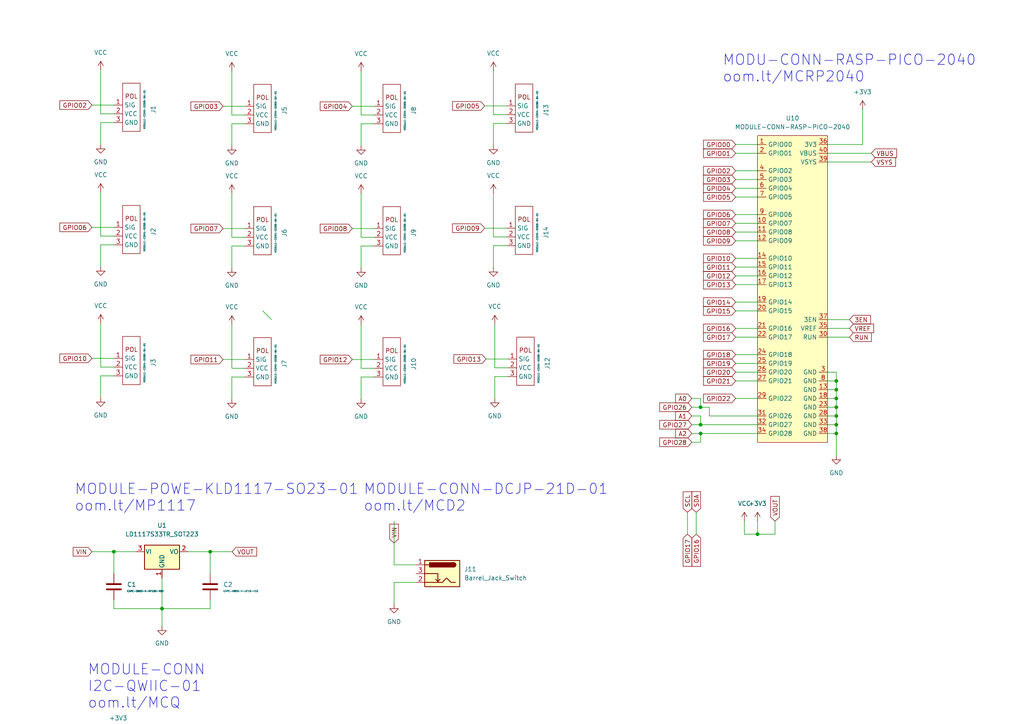
<source format=kicad_sch>
(kicad_sch (version 20211123) (generator eeschema)
  (paper "A4")
  (lib_symbols
    (symbol "Connector:Barrel_Jack_Switch" (pin_names hide)
      (property "Reference" "J" (at 0 5.334 0))
      (property "Value" "Barrel_Jack_Switch" (at 0 -5.08 0))
      (symbol "Barrel_Jack_Switch_0_1"
        (rectangle (start -5.08 3.81) (end 5.08 -3.81) (stroke (width 0.254)) (fill (type background)))
        (arc (start -3.302 3.175) (mid -3.937 2.54) (end -3.302 1.905) (stroke (width 0.254)))
        (arc (start -3.302 3.175) (mid -3.937 2.54) (end -3.302 1.905) (stroke (width 0.254)) (fill (type outline)))
        (polyline (pts (xy 1.27 -2.286) (xy 1.905 -1.651)) (stroke (width 0.254)))
        (polyline (pts (xy 5.08 2.54) (xy 3.81 2.54)) (stroke (width 0.254)))
        (polyline (pts (xy 5.08 0) (xy 1.27 0) (xy 1.27 -2.286) (xy 0.635 -1.651)) (stroke (width 0.254)))
        (polyline (pts (xy -3.81 -2.54) (xy -2.54 -2.54) (xy -1.27 -1.27) (xy 0 -2.54) (xy 2.54 -2.54) (xy 5.08 -2.54)) (stroke (width 0.254)))
        (rectangle (start 3.683 3.175) (end -3.302 1.905) (stroke (width 0.254)) (fill (type outline)))
      )
      (symbol "Barrel_Jack_Switch_1_1"
        (pin passive line (at 7.62 2.54 180) (length 2.54) (name "~") (number "1"))
        (pin passive line (at 7.62 -2.54 180) (length 2.54) (name "~") (number "2"))
        (pin passive line (at 7.62 0 180) (length 2.54) (name "~") (number "3"))
      )
    )
    (symbol "Connector_Generic_MountingPin:Conn_01x04_MountingPin" (pin_names (offset 1.016) hide)
      (property "Reference" "J" (at 0 5.08 0))
      (property "Value" "Conn_01x04_MountingPin" (at 1.27 -7.62 0))
      (symbol "Conn_01x04_MountingPin_1_1"
        (rectangle (start -1.27 -4.953) (end 0 -5.207) (stroke (width 0.1524)))
        (rectangle (start -1.27 -2.413) (end 0 -2.667) (stroke (width 0.1524)))
        (rectangle (start -1.27 0.127) (end 0 -0.127) (stroke (width 0.1524)))
        (rectangle (start -1.27 2.667) (end 0 2.413) (stroke (width 0.1524)))
        (rectangle (start -1.27 3.81) (end 1.27 -6.35) (stroke (width 0.254)) (fill (type background)))
        (polyline (pts (xy -1.016 -7.112) (xy 1.016 -7.112)) (stroke (width 0.1524)))
        (text "Mounting" (at 0 -6.731 0) (effects (font (size 0.381 0.381))))
        (pin passive line (at -5.08 2.54 0) (length 3.81) (name "Pin_1") (number "1"))
        (pin passive line (at -5.08 0 0) (length 3.81) (name "Pin_2") (number "2"))
        (pin passive line (at -5.08 -2.54 0) (length 3.81) (name "Pin_3") (number "3"))
        (pin passive line (at -5.08 -5.08 0) (length 3.81) (name "Pin_4") (number "4"))
        (pin passive line (at 0 -10.16 90) (length 3.048) (name "MountPin") (number "MP"))
      )
    )
    (symbol "Device:C" (pin_numbers hide) (pin_names (offset 0.254))
      (property "Reference" "C" (at 0.635 2.54 0))
      (property "Value" "C" (at 0.635 -2.54 0))
      (symbol "C_0_1"
        (polyline (pts (xy -2.032 -0.762) (xy 2.032 -0.762)) (stroke (width 0.508)))
        (polyline (pts (xy -2.032 0.762) (xy 2.032 0.762)) (stroke (width 0.508)))
      )
      (symbol "C_1_1"
        (pin passive line (at 0 3.81 270) (length 2.794) (name "~") (number "1"))
        (pin passive line (at 0 -3.81 90) (length 2.794) (name "~") (number "2"))
      )
    )
    (symbol "Regulator_Linear:LD1117S33TR_SOT223" (pin_names (offset 0.254))
      (property "Reference" "U" (at -3.81 3.175 0))
      (property "Value" "LD1117S33TR_SOT223" (at 0 3.175 0))
      (symbol "LD1117S33TR_SOT223_0_1"
        (rectangle (start -5.08 -5.08) (end 5.08 1.905) (stroke (width 0.254)) (fill (type background)))
      )
      (symbol "LD1117S33TR_SOT223_1_1"
        (pin power_in line (at 0 -7.62 90) (length 2.54) (name "GND") (number "1"))
        (pin power_out line (at 7.62 0 180) (length 2.54) (name "VO") (number "2"))
        (pin power_in line (at -7.62 0 0) (length 2.54) (name "VI") (number "3"))
      )
    )
    (symbol "oomlout_OOMP_modules:MODULE-CONN-OOBB-BA-01"
      (property "Reference" "J" (at 5.08 7.62 0))
      (property "Value" "MODULE-CONN-OOBB-BA-01" (at 5.08 10.16 0))
      (symbol "MODULE-CONN-OOBB-BA-01_0_0"
        (text "POL" (at 5.08 2.54 0) (effects (font (size 1.27 1.27))))
      )
      (symbol "MODULE-CONN-OOBB-BA-01_0_1"
        (rectangle (start 2.54 -7.62) (end 7.62 6.35))
      )
      (symbol "MODULE-CONN-OOBB-BA-01_1_1"
        (pin input line (at 0 0 0) (length 2.54) (name "SIG") (number "1"))
        (pin input line (at 0 -2.54 0) (length 2.54) (name "VCC") (number "2"))
        (pin input line (at 0 -5.08 0) (length 2.54) (name "GND") (number "3"))
      )
    )
    (symbol "oomlout_OOMP_modules:MODULE-CONN-RASP-PICO-2040"
      (property "Reference" "U" (at 10.16 5.08 0))
      (property "Value" "MODULE-CONN-RASP-PICO-2040" (at 10.16 7.62 0))
      (symbol "MODULE-CONN-RASP-PICO-2040_0_1"
        (rectangle (start 0 2.54) (end 20.32 -86.36) (fill (type background)))
      )
      (symbol "MODULE-CONN-RASP-PICO-2040_1_1"
        (pin input line (at 0 0 0) (length 2.54) (name "GPIO00") (number "1"))
        (pin input line (at 0 -22.86 0) (length 2.54) (name "GPIO07") (number "10"))
        (pin input line (at 0 -25.4 0) (length 2.54) (name "GPIO08") (number "11"))
        (pin input line (at 0 -27.94 0) (length 2.54) (name "GPIO09") (number "12"))
        (pin input line (at 20.32 -71.12 180) (length 2.54) (name "GND") (number "13"))
        (pin input line (at 0 -33.02 0) (length 2.54) (name "GPIO10") (number "14"))
        (pin input line (at 0 -35.56 0) (length 2.54) (name "GPIO11") (number "15"))
        (pin input line (at 0 -38.1 0) (length 2.54) (name "GPIO12") (number "16"))
        (pin input line (at 0 -40.64 0) (length 2.54) (name "GPIO13") (number "17"))
        (pin input line (at 20.32 -73.66 180) (length 2.54) (name "GND") (number "18"))
        (pin input line (at 0 -45.72 0) (length 2.54) (name "GPIO14") (number "19"))
        (pin input line (at 0 -2.54 0) (length 2.54) (name "GPIO01") (number "2"))
        (pin input line (at 0 -48.26 0) (length 2.54) (name "GPIO15") (number "20"))
        (pin input line (at 0 -53.34 0) (length 2.54) (name "GPIO16") (number "21"))
        (pin input line (at 0 -55.88 0) (length 2.54) (name "GPIO17") (number "22"))
        (pin input line (at 20.32 -76.2 180) (length 2.54) (name "GND") (number "23"))
        (pin input line (at 0 -60.96 0) (length 2.54) (name "GPIO18") (number "24"))
        (pin input line (at 0 -63.5 0) (length 2.54) (name "GPIO19") (number "25"))
        (pin input line (at 0 -66.04 0) (length 2.54) (name "GPIO20") (number "26"))
        (pin input line (at 0 -68.58 0) (length 2.54) (name "GPIO21") (number "27"))
        (pin input line (at 20.32 -78.74 180) (length 2.54) (name "GND") (number "28"))
        (pin input line (at 0 -73.66 0) (length 2.54) (name "GPIO22") (number "29"))
        (pin input line (at 20.32 -66.04 180) (length 2.54) (name "GND") (number "3"))
        (pin input line (at 20.32 -55.88 180) (length 2.54) (name "RUN") (number "30"))
        (pin input line (at 0 -78.74 0) (length 2.54) (name "GPIO26") (number "31"))
        (pin input line (at 0 -81.28 0) (length 2.54) (name "GPIO27") (number "32"))
        (pin input line (at 20.32 -81.28 180) (length 2.54) (name "GND") (number "33"))
        (pin input line (at 0 -83.82 0) (length 2.54) (name "GPIO28") (number "34"))
        (pin input line (at 20.32 -53.34 180) (length 2.54) (name "VREF") (number "35"))
        (pin input line (at 20.32 0 180) (length 2.54) (name "3V3") (number "36"))
        (pin input line (at 20.32 -50.8 180) (length 2.54) (name "3EN") (number "37"))
        (pin input line (at 20.32 -83.82 180) (length 2.54) (name "GND") (number "38"))
        (pin input line (at 20.32 -5.08 180) (length 2.54) (name "VSYS") (number "39"))
        (pin input line (at 0 -7.62 0) (length 2.54) (name "GPIO02") (number "4"))
        (pin input line (at 20.32 -2.54 180) (length 2.54) (name "VBUS") (number "40"))
        (pin input line (at 0 -10.16 0) (length 2.54) (name "GPIO03") (number "5"))
        (pin input line (at 0 -12.7 0) (length 2.54) (name "GPIO04") (number "6"))
        (pin input line (at 0 -15.24 0) (length 2.54) (name "GPIO05") (number "7"))
        (pin input line (at 20.32 -68.58 180) (length 2.54) (name "GND") (number "8"))
        (pin input line (at 0 -20.32 0) (length 2.54) (name "GPIO06") (number "9"))
      )
    )
    (symbol "oomlout_OOMP_modules:MODULE-CONN-USB-MEGA-01"
      (property "Reference" "U" (at 0 0 0))
      (property "Value" "MODULE-CONN-USB-MEGA-01" (at 0 2.54 0))
      (symbol "MODULE-CONN-USB-MEGA-01_0_0"
        (rectangle (start -24.384 -66.04) (end -23.876 -65.024))
        (rectangle (start -13.97 -63.246) (end -14.986 -63.754))
        (rectangle (start -13.97 -60.706) (end -14.986 -61.214))
        (rectangle (start -13.97 -55.626) (end -14.986 -56.134))
        (rectangle (start -13.97 -53.086) (end -14.986 -53.594))
        (rectangle (start -13.97 -48.006) (end -14.986 -48.514))
        (rectangle (start -13.97 -45.466) (end -14.986 -45.974))
        (rectangle (start -13.97 -40.386) (end -14.986 -40.894))
        (rectangle (start -13.97 -37.846) (end -14.986 -38.354))
        (rectangle (start -13.97 -32.766) (end -14.986 -33.274))
        (rectangle (start -13.97 -30.226) (end -14.986 -30.734))
        (rectangle (start -13.97 -22.606) (end -14.986 -23.114))
        (rectangle (start -13.97 -17.526) (end -14.986 -18.034))
        (rectangle (start -13.97 -12.446) (end -14.986 -12.954))
        (rectangle (start -13.97 -9.906) (end -14.986 -10.414))
        (rectangle (start -13.97 -4.826) (end -14.986 -5.334))
      )
      (symbol "MODULE-CONN-USB-MEGA-01_0_1"
        (rectangle (start -34.29 -2.54) (end -13.97 -66.04) (stroke (width 0.254)) (fill (type background)))
        (arc (start -33.02 -34.29) (mid -31.115 -36.195) (end -29.21 -34.29) (stroke (width 0.508)))
        (arc (start -31.75 -34.29) (mid -31.115 -34.925) (end -30.48 -34.29) (stroke (width 0.254)))
        (arc (start -31.75 -34.29) (mid -31.115 -34.925) (end -30.48 -34.29) (stroke (width 0.254)) (fill (type outline)))
        (rectangle (start -31.75 -34.29) (end -30.48 -26.67) (stroke (width 0.254)) (fill (type outline)))
        (arc (start -30.48 -26.67) (mid -31.115 -26.035) (end -31.75 -26.67) (stroke (width 0.254)))
        (arc (start -30.48 -26.67) (mid -31.115 -26.035) (end -31.75 -26.67) (stroke (width 0.254)) (fill (type outline)))
        (arc (start -29.21 -26.67) (mid -31.115 -24.765) (end -33.02 -26.67) (stroke (width 0.508)))
        (polyline (pts (xy -33.02 -34.29) (xy -33.02 -26.67)) (stroke (width 0.508)))
        (polyline (pts (xy -29.21 -26.67) (xy -29.21 -34.29)) (stroke (width 0.508)))
        (polyline (pts (xy 24.765 -8.001) (xy 22.225 -8.001)) (stroke (width 0.254)))
        (polyline (pts (xy 22.225 -7.366) (xy 22.225 -8.636) (xy 20.955 -8.001) (xy 22.225 -7.366)) (stroke (width 0.254)) (fill (type outline)))
        (polyline (pts (xy 25.4 -8.001) (xy 24.765 -8.001) (xy 24.13 -9.271) (xy 22.86 -9.271)) (stroke (width 0.254)))
        (polyline (pts (xy 26.035 -8.001) (xy 25.4 -8.001) (xy 24.13 -6.731) (xy 23.495 -6.731)) (stroke (width 0.254)))
        (polyline (pts (xy 27.178 -4.572) (xy 24.638 -4.572) (xy 24.892 -5.334) (xy 26.924 -5.334) (xy 27.178 -4.572)) (fill (type outline)))
        (polyline (pts (xy 27.559 -4.318) (xy 27.559 -4.572) (xy 27.305 -5.334) (xy 27.305 -5.588) (xy 24.511 -5.588) (xy 24.511 -5.334) (xy 24.257 -4.572) (xy 24.257 -4.318) (xy 27.559 -4.318)))
        (rectangle (start 17.78 -2.54) (end 27.94 -17.78) (stroke (width 0.254)) (fill (type background)))
        (rectangle (start 18.542 -15.113) (end 17.78 -15.367))
        (rectangle (start 18.542 -12.573) (end 17.78 -12.827))
        (rectangle (start 18.542 -10.033) (end 17.78 -10.287))
        (rectangle (start 18.542 -4.953) (end 17.78 -5.207))
        (rectangle (start 22.733 -17.018) (end 22.987 -17.78))
        (rectangle (start 23.368 -9.652) (end 22.606 -8.89) (stroke (width 0.254)) (fill (type outline)))
        (circle (center 23.495 -6.731) (radius 0.381) (stroke (width 0.254)) (fill (type outline)))
        (circle (center 26.67 -8.001) (radius 0.635) (stroke (width 0.254)) (fill (type outline)))
      )
      (symbol "MODULE-CONN-USB-MEGA-01_1_1"
        (circle (center -26.67 -29.337) (radius 0.635) (stroke (width 0.254)) (fill (type outline)))
        (circle (center -24.13 -36.322) (radius 1.27) (fill (type outline)))
        (rectangle (start -22.225 -28.702) (end -20.955 -27.432) (stroke (width 0.254)) (fill (type outline)))
        (polyline (pts (xy -24.13 -36.322) (xy -24.13 -26.162)) (stroke (width 0.508)))
        (polyline (pts (xy -24.13 -33.782) (xy -26.67 -31.242) (xy -26.67 -29.972)) (stroke (width 0.508)))
        (polyline (pts (xy -24.13 -32.512) (xy -21.59 -29.972) (xy -21.59 -28.702)) (stroke (width 0.508)))
        (polyline (pts (xy -25.4 -26.162) (xy -24.13 -23.622) (xy -22.86 -26.162) (xy -25.4 -26.162)) (stroke (width 0.254)) (fill (type outline)))
        (pin power_out line (at 15.24 -5.08 0) (length 2.54) (name "VBUS") (number "1"))
        (pin bidirectional line (at 15.24 -12.7 0) (length 2.54) (name "D-") (number "2"))
        (pin bidirectional line (at 15.24 -10.16 0) (length 2.54) (name "D+") (number "3"))
        (pin passive line (at 15.24 -15.24 0) (length 2.54) (name "ID") (number "4"))
        (pin power_out line (at 22.86 -20.32 90) (length 2.54) (name "GND") (number "5"))
        (pin passive line (at 25.4 -20.32 90) (length 2.54) (name "Shield") (number "6"))
        (pin passive line (at -24.13 -71.12 90) (length 5.08) (name "GND") (number "A1"))
        (pin bidirectional line (at -8.89 -45.72 180) (length 5.08) (name "RX2-") (number "A10"))
        (pin bidirectional line (at -8.89 -48.26 180) (length 5.08) (name "RX2+") (number "A11"))
        (pin passive line (at -24.13 -71.12 90) (length 5.08) hide (name "GND") (number "A12"))
        (pin bidirectional line (at -8.89 -40.64 180) (length 5.08) (name "TX1+") (number "A2"))
        (pin bidirectional line (at -8.89 -38.1 180) (length 5.08) (name "TX1-") (number "A3"))
        (pin passive line (at -8.89 -5.08 180) (length 5.08) (name "VBUS") (number "A4"))
        (pin bidirectional line (at -8.89 -10.16 180) (length 5.08) (name "CC") (number "A5"))
        (pin bidirectional line (at -8.89 -22.86 180) (length 5.08) (name "D+") (number "A6"))
        (pin bidirectional line (at -8.89 -17.78 180) (length 5.08) (name "D-") (number "A7"))
        (pin bidirectional line (at -8.89 -60.96 180) (length 5.08) (name "SBU1") (number "A8"))
        (pin passive line (at -8.89 -5.08 180) (length 5.08) hide (name "VBUS") (number "A9"))
        (pin passive line (at -24.13 -71.12 90) (length 5.08) hide (name "GND") (number "B1"))
        (pin bidirectional line (at -8.89 -30.48 180) (length 5.08) (name "RX1-") (number "B10"))
        (pin bidirectional line (at -8.89 -33.02 180) (length 5.08) (name "RX1+") (number "B11"))
        (pin passive line (at -24.13 -71.12 90) (length 5.08) hide (name "GND") (number "B12"))
        (pin bidirectional line (at -8.89 -55.88 180) (length 5.08) (name "TX2+") (number "B2"))
        (pin bidirectional line (at -8.89 -53.34 180) (length 5.08) (name "TX2-") (number "B3"))
        (pin passive line (at -8.89 -5.08 180) (length 5.08) hide (name "VBUS") (number "B4"))
        (pin bidirectional line (at -8.89 -12.7 180) (length 5.08) (name "VCONN") (number "B5"))
        (pin bidirectional line (at -8.89 -63.5 180) (length 5.08) (name "SBU2") (number "B8"))
        (pin passive line (at -8.89 -5.08 180) (length 5.08) hide (name "VBUS") (number "B9"))
        (pin passive line (at -31.75 -71.12 90) (length 5.08) (name "SHIELD") (number "S1"))
      )
    )
    (symbol "power:+3V3" (power) (pin_names (offset 0))
      (property "Value" "+3V3" (at 0 3.556 0))
      (symbol "+3V3_0_1"
        (polyline (pts (xy -0.762 1.27) (xy 0 2.54)))
        (polyline (pts (xy 0 0) (xy 0 2.54)))
        (polyline (pts (xy 0 2.54) (xy 0.762 1.27)))
      )
      (symbol "+3V3_1_1"
        (pin power_in line (at 0 0 90) (length 0) hide (name "+3V3") (number "1"))
      )
    )
    (symbol "power:GND" (power) (pin_names (offset 0))
      (property "Value" "GND" (at 0 -3.81 0))
      (symbol "GND_0_1"
        (polyline (pts (xy 0 0) (xy 0 -1.27) (xy 1.27 -1.27) (xy 0 -2.54) (xy -1.27 -1.27) (xy 0 -1.27)))
      )
      (symbol "GND_1_1"
        (pin power_in line (at 0 0 270) (length 0) hide (name "GND") (number "1"))
      )
    )
    (symbol "power:VCC" (power) (pin_names (offset 0))
      (property "Value" "VCC" (at 0 3.81 0))
      (symbol "VCC_0_1"
        (polyline (pts (xy -0.762 1.27) (xy 0 2.54)))
        (polyline (pts (xy 0 0) (xy 0 2.54)))
        (polyline (pts (xy 0 2.54) (xy 0.762 1.27)))
      )
      (symbol "VCC_1_1"
        (pin power_in line (at 0 0 90) (length 0) hide (name "VCC") (number "1"))
      )
    )
  )
  (junction (at 46.99 176.53))
  (junction (at 219.71 154.94))
  (junction (at 242.57 120.65))
  (junction (at 242.57 110.49))
  (junction (at 60.96 160.02))
  (junction (at 203.2 123.19))
  (junction (at 170.18 279.4))
  (junction (at 203.2 118.11))
  (junction (at 36.83 234.95))
  (junction (at 242.57 123.19))
  (junction (at 242.57 113.03))
  (junction (at 203.2 125.73))
  (junction (at 160.02 245.11))
  (junction (at 242.57 118.11))
  (junction (at 33.02 160.02))
  (junction (at 242.57 125.73))
  (junction (at 242.57 115.57))
  (bus_entry (at 76.2 90.17) (size 2.54 2.54))
  (wire (pts (xy 36.83 234.95) (xy 44.45 234.95)))
  (wire (pts (xy 213.36 52.07) (xy 219.71 52.07)))
  (wire (pts (xy 213.36 67.31) (xy 219.71 67.31)))
  (wire (pts (xy 240.03 107.95) (xy 242.57 107.95)))
  (wire (pts (xy 138.43 262.89) (xy 156.21 262.89)))
  (wire (pts (xy 213.36 105.41) (xy 219.71 105.41)))
  (wire (pts (xy 104.7302 115.7052) (xy 104.7302 109.3552)))
  (wire (pts (xy 115.57 314.96) (xy 115.57 311.15)))
  (wire (pts (xy 143.51 93.98) (xy 143.51 106.68)))
  (wire (pts (xy 156.21 250.19) (xy 162.56 250.19)))
  (wire (pts (xy 213.36 107.95) (xy 219.71 107.95)))
  (wire (pts (xy 67.2408 42.2477) (xy 67.2408 35.8977)))
  (wire (pts (xy 213.36 87.63) (xy 219.71 87.63)))
  (wire (pts (xy 213.36 97.79) (xy 219.71 97.79)))
  (wire (pts (xy 143.1099 77.6121) (xy 143.1099 71.2621)))
  (wire (pts (xy 104.7302 42.2477) (xy 104.7302 35.8977)))
  (wire (pts (xy 120.65 168.91) (xy 114.3 168.91)))
  (wire (pts (xy 104.7302 71.3599) (xy 108.5402 71.3599)))
  (wire (pts (xy 138.43 257.81) (xy 152.4 257.81)))
  (wire (pts (xy 219.71 120.65) (xy 205.74 120.65)))
  (wire (pts (xy 33.02 160.02) (xy 33.02 166.37)))
  (wire (pts (xy 240.03 41.91) (xy 250.19 41.91)))
  (wire (pts (xy 143.1099 35.7999) (xy 146.9199 35.7999)))
  (wire (pts (xy 71.0508 68.8199) (xy 67.2408 68.8199)))
  (wire (pts (xy 60.96 173.99) (xy 60.96 176.53)))
  (wire (pts (xy 240.03 110.49) (xy 242.57 110.49)))
  (wire (pts (xy 203.2 118.11) (xy 200.66 118.11)))
  (wire (pts (xy 213.36 62.23) (xy 219.71 62.23)))
  (wire (pts (xy 104.7302 94.1152) (xy 104.7302 106.8152)))
  (wire (pts (xy 213.36 74.93) (xy 219.71 74.93)))
  (wire (pts (xy 67.2408 77.7099) (xy 67.2408 71.3599)))
  (wire (pts (xy 242.57 120.65) (xy 242.57 123.19)))
  (wire (pts (xy 199.39 148.59) (xy 199.39 154.94)))
  (wire (pts (xy 215.9 151.13) (xy 215.9 154.94)))
  (wire (pts (xy 67.2408 20.6577) (xy 67.2408 33.3577)))
  (wire (pts (xy 114.3 168.91) (xy 114.3 175.26)))
  (wire (pts (xy 140.5699 66.1821) (xy 146.9199 66.1821)))
  (wire (pts (xy 242.57 107.95) (xy 242.57 110.49)))
  (wire (pts (xy 67.2408 94.1152) (xy 67.2408 106.8152)))
  (wire (pts (xy 104.7302 56.1199) (xy 104.7302 68.8199)))
  (wire (pts (xy 104.7302 77.7099) (xy 104.7302 71.3599)))
  (wire (pts (xy 64.7008 66.2799) (xy 71.0508 66.2799)))
  (wire (pts (xy 215.9 154.94) (xy 219.71 154.94)))
  (wire (pts (xy 205.74 118.11) (xy 205.74 120.65)))
  (wire (pts (xy 39.37 222.25) (xy 34.29 222.25)))
  (wire (pts (xy 160.02 245.11) (xy 162.56 245.11)))
  (wire (pts (xy 114.3 151.13) (xy 114.3 163.83)))
  (wire (pts (xy 29.21 55.7822) (xy 29.21 68.4822)))
  (wire (pts (xy 143.51 109.22) (xy 147.32 109.22)))
  (wire (pts (xy 213.36 49.53) (xy 219.71 49.53)))
  (wire (pts (xy 71.0508 106.8152) (xy 67.2408 106.8152)))
  (wire (pts (xy 33.02 160.02) (xy 39.37 160.02)))
  (wire (pts (xy 64.7008 30.8177) (xy 71.0508 30.8177)))
  (wire (pts (xy 203.2 128.27) (xy 200.66 128.27)))
  (wire (pts (xy 140.5699 30.7199) (xy 146.9199 30.7199)))
  (wire (pts (xy 203.2 128.27) (xy 203.2 125.73)))
  (wire (pts (xy 213.36 44.45) (xy 219.71 44.45)))
  (wire (pts (xy 213.36 57.15) (xy 219.71 57.15)))
  (wire (pts (xy 170.18 260.35) (xy 170.18 279.4)))
  (wire (pts (xy 102.1902 30.8177) (xy 108.5402 30.8177)))
  (wire (pts (xy 143.1099 42.1499) (xy 143.1099 35.7999)))
  (wire (pts (xy 26.67 103.9375) (xy 33.02 103.9375)))
  (wire (pts (xy 102.1902 66.2799) (xy 108.5402 66.2799)))
  (wire (pts (xy 160.02 238.76) (xy 160.02 245.11)))
  (wire (pts (xy 146.9199 68.7221) (xy 143.1099 68.7221)))
  (wire (pts (xy 213.36 82.55) (xy 219.71 82.55)))
  (wire (pts (xy 114.3 163.83) (xy 120.65 163.83)))
  (wire (pts (xy 67.2408 115.7052) (xy 67.2408 109.3552)))
  (wire (pts (xy 67.2408 109.3552) (xy 71.0508 109.3552)))
  (wire (pts (xy 64.7008 104.2752) (xy 71.0508 104.2752)))
  (wire (pts (xy 240.03 92.71) (xy 246.38 92.71)))
  (wire (pts (xy 242.57 115.57) (xy 242.57 118.11)))
  (wire (pts (xy 200.66 115.57) (xy 203.2 115.57)))
  (wire (pts (xy 33.02 68.4822) (xy 29.21 68.4822)))
  (wire (pts (xy 33.02 176.53) (xy 33.02 173.99)))
  (wire (pts (xy 60.96 176.53) (xy 46.99 176.53)))
  (wire (pts (xy 203.2 120.65) (xy 200.66 120.65)))
  (wire (pts (xy 143.51 106.68) (xy 147.32 106.68)))
  (wire (pts (xy 219.71 151.13) (xy 219.71 154.94)))
  (wire (pts (xy 203.2 125.73) (xy 219.71 125.73)))
  (wire (pts (xy 240.03 97.79) (xy 246.38 97.79)))
  (wire (pts (xy 213.36 110.49) (xy 219.71 110.49)))
  (wire (pts (xy 26.67 224.79) (xy 39.37 224.79)))
  (wire (pts (xy 60.96 160.02) (xy 67.31 160.02)))
  (wire (pts (xy 104.7302 35.8977) (xy 108.5402 35.8977)))
  (wire (pts (xy 46.99 176.53) (xy 46.99 181.61)))
  (wire (pts (xy 67.2408 56.1199) (xy 67.2408 68.8199)))
  (wire (pts (xy 213.36 95.25) (xy 219.71 95.25)))
  (wire (pts (xy 143.1099 20.5599) (xy 143.1099 33.2599)))
  (wire (pts (xy 33.02 106.4775) (xy 29.21 106.4775)))
  (wire (pts (xy 102.1902 104.2752) (xy 108.5402 104.2752)))
  (wire (pts (xy 29.21 41.91) (xy 29.21 35.56)))
  (wire (pts (xy 242.57 113.03) (xy 242.57 115.57)))
  (wire (pts (xy 26.67 30.48) (xy 33.02 30.48)))
  (wire (pts (xy 213.36 102.87) (xy 219.71 102.87)))
  (wire (pts (xy 29.21 93.7775) (xy 29.21 106.4775)))
  (wire (pts (xy 203.2 118.11) (xy 205.74 118.11)))
  (wire (pts (xy 242.57 123.19) (xy 242.57 125.73)))
  (wire (pts (xy 200.66 123.19) (xy 203.2 123.19)))
  (wire (pts (xy 104.7302 109.3552) (xy 108.5402 109.3552)))
  (wire (pts (xy 104.7302 20.6577) (xy 104.7302 33.3577)))
  (wire (pts (xy 29.21 20.32) (xy 29.21 33.02)))
  (wire (pts (xy 213.36 90.17) (xy 219.71 90.17)))
  (wire (pts (xy 54.61 160.02) (xy 60.96 160.02)))
  (wire (pts (xy 240.03 123.19) (xy 242.57 123.19)))
  (wire (pts (xy 71.0508 33.3577) (xy 67.2408 33.3577)))
  (wire (pts (xy 29.21 35.56) (xy 33.02 35.56)))
  (wire (pts (xy 143.51 115.57) (xy 143.51 109.22)))
  (wire (pts (xy 242.57 125.73) (xy 242.57 132.08)))
  (wire (pts (xy 143.1099 56.0221) (xy 143.1099 68.7221)))
  (wire (pts (xy 140.97 104.14) (xy 147.32 104.14)))
  (wire (pts (xy 213.36 77.47) (xy 219.71 77.47)))
  (wire (pts (xy 240.03 44.45) (xy 252.73 44.45)))
  (wire (pts (xy 170.18 279.4) (xy 170.18 311.15)))
  (wire (pts (xy 29.21 115.3675) (xy 29.21 109.0175)))
  (wire (pts (xy 240.03 120.65) (xy 242.57 120.65)))
  (wire (pts (xy 29.21 109.0175) (xy 33.02 109.0175)))
  (wire (pts (xy 201.93 148.59) (xy 201.93 154.94)))
  (wire (pts (xy 44.45 232.41) (xy 44.45 234.95)))
  (wire (pts (xy 203.2 115.57) (xy 203.2 118.11)))
  (wire (pts (xy 26.67 160.02) (xy 33.02 160.02)))
  (wire (pts (xy 172.72 314.96) (xy 115.57 314.96)))
  (wire (pts (xy 242.57 118.11) (xy 242.57 120.65)))
  (wire (pts (xy 60.96 160.02) (xy 60.96 166.37)))
  (wire (pts (xy 240.03 113.03) (xy 242.57 113.03)))
  (wire (pts (xy 219.71 123.19) (xy 203.2 123.19)))
  (wire (pts (xy 34.29 213.36) (xy 34.29 222.25)))
  (wire (pts (xy 146.9199 33.2599) (xy 143.1099 33.2599)))
  (wire (pts (xy 36.83 219.71) (xy 36.83 234.95)))
  (wire (pts (xy 67.2408 35.8977) (xy 71.0508 35.8977)))
  (wire (pts (xy 250.19 41.91) (xy 250.19 31.75)))
  (wire (pts (xy 29.21 71.0222) (xy 33.02 71.0222)))
  (wire (pts (xy 39.37 219.71) (xy 36.83 219.71)))
  (wire (pts (xy 67.2408 71.3599) (xy 71.0508 71.3599)))
  (wire (pts (xy 152.4 252.73) (xy 152.4 257.81)))
  (wire (pts (xy 224.79 154.94) (xy 224.79 151.13)))
  (wire (pts (xy 240.03 118.11) (xy 242.57 118.11)))
  (wire (pts (xy 240.03 46.99) (xy 252.73 46.99)))
  (wire (pts (xy 26.67 65.9422) (xy 33.02 65.9422)))
  (wire (pts (xy 138.43 245.11) (xy 160.02 245.11)))
  (wire (pts (xy 240.03 95.25) (xy 246.38 95.25)))
  (wire (pts (xy 108.5402 106.8152) (xy 104.7302 106.8152)))
  (wire (pts (xy 143.1099 71.2621) (xy 146.9199 71.2621)))
  (wire (pts (xy 46.99 176.53) (xy 33.02 176.53)))
  (wire (pts (xy 26.67 227.33) (xy 39.37 227.33)))
  (wire (pts (xy 213.36 64.77) (xy 219.71 64.77)))
  (wire (pts (xy 213.36 115.57) (xy 219.71 115.57)))
  (wire (pts (xy 203.2 123.19) (xy 203.2 120.65)))
  (wire (pts (xy 46.99 167.64) (xy 46.99 176.53)))
  (wire (pts (xy 162.56 279.4) (xy 170.18 279.4)))
  (wire (pts (xy 108.5402 68.8199) (xy 104.7302 68.8199)))
  (wire (pts (xy 162.56 285.75) (xy 162.56 279.4)))
  (wire (pts (xy 213.36 69.85) (xy 219.71 69.85)))
  (wire (pts (xy 240.03 115.57) (xy 242.57 115.57)))
  (wire (pts (xy 123.19 311.15) (xy 170.18 311.15)))
  (wire (pts (xy 33.02 33.02) (xy 29.21 33.02)))
  (wire (pts (xy 108.5402 33.3577) (xy 104.7302 33.3577)))
  (wire (pts (xy 213.36 41.91) (xy 219.71 41.91)))
  (wire (pts (xy 242.57 110.49) (xy 242.57 113.03)))
  (wire (pts (xy 240.03 125.73) (xy 242.57 125.73)))
  (wire (pts (xy 172.72 260.35) (xy 172.72 314.96)))
  (wire (pts (xy 213.36 80.01) (xy 219.71 80.01)))
  (wire (pts (xy 203.2 125.73) (xy 200.66 125.73)))
  (wire (pts (xy 156.21 262.89) (xy 156.21 250.19)))
  (wire (pts (xy 162.56 252.73) (xy 152.4 252.73)))
  (wire (pts (xy 219.71 154.94) (xy 224.79 154.94)))
  (wire (pts (xy 29.21 77.3722) (xy 29.21 71.0222)))
  (wire (pts (xy 213.36 54.61) (xy 219.71 54.61)))
  (text "MODULE-POWE-KLD1117-SO23-01\noom.lt/MP1117" (at 21.59 148.59 0) (effects (font (size 3 3)) (justify left bottom)))
  (text "MODULE-CONN\nI2C-QWIIC-01\noom.lt/MCQ" (at 25.4 205.74 0) (effects (font (size 3 3)) (justify left bottom)))
  (text "MODU-CONN-RASP-PICO-2040\noom.lt/MCRP2040" (at 209.55 24.13 0) (effects (font (size 3 3)) (justify left bottom)))
  (text "MODULE-CONN-DCJP-21D-01\noom.lt/MCD2" (at 105.41 148.59 0) (effects (font (size 3 3)) (justify left bottom)))
  (text "MODULE-CONN-USB-MEGA-01\noom.lt/MCUMEGA" (at 105.41 227.33 0) (effects (font (size 5 5)) (justify left bottom)))
  (global_label "GPIO13" (shape input) (at 140.97 104.14 180) (property "Intersheet References" "${INTERSHEET_REFS}" (effects hide)))
  (global_label "GPIO07" (shape input) (at 64.7008 66.2799 180) (property "Intersheet References" "${INTERSHEET_REFS}" (effects hide)))
  (global_label "GPIO12" (shape input) (at 102.1902 104.2752 180) (property "Intersheet References" "${INTERSHEET_REFS}" (effects hide)))
  (global_label "GPIO08" (shape input) (at 213.36 67.31 180) (property "Intersheet References" "${INTERSHEET_REFS}" (effects hide)))
  (global_label "GPIO28" (shape input) (at 200.66 128.27 180) (property "Intersheet References" "${INTERSHEET_REFS}" (effects hide)))
  (global_label "GPIO16" (shape input) (at 213.36 95.25 180) (property "Intersheet References" "${INTERSHEET_REFS}" (effects hide)))
  (global_label "VBUS" (shape input) (at 252.73 44.45 0) (property "Intersheet References" "${INTERSHEET_REFS}" (effects hide)))
  (global_label "SCL" (shape input) (at 199.39 148.59 90) (property "Intersheet References" "${INTERSHEET_REFS}" (effects hide)))
  (global_label "GPIO14" (shape input) (at 213.36 87.63 180) (property "Intersheet References" "${INTERSHEET_REFS}" (effects hide)))
  (global_label "GPIO10" (shape input) (at 26.67 103.9375 180) (property "Intersheet References" "${INTERSHEET_REFS}" (effects hide)))
  (global_label "GPIO04" (shape input) (at 102.1902 30.8177 180) (property "Intersheet References" "${INTERSHEET_REFS}" (effects hide)))
  (global_label "GPIO05" (shape input) (at 140.5699 30.7199 180) (property "Intersheet References" "${INTERSHEET_REFS}" (effects hide)))
  (global_label "A0" (shape input) (at 200.66 115.57 180) (property "Intersheet References" "${INTERSHEET_REFS}" (effects hide)))
  (global_label "GPIO17" (shape input) (at 213.36 97.79 180) (property "Intersheet References" "${INTERSHEET_REFS}" (effects hide)))
  (global_label "GPIO19" (shape input) (at 213.36 105.41 180) (property "Intersheet References" "${INTERSHEET_REFS}" (effects hide)))
  (global_label "GPIO09" (shape input) (at 213.36 69.85 180) (property "Intersheet References" "${INTERSHEET_REFS}" (effects hide)))
  (global_label "A1" (shape input) (at 200.66 120.65 180) (property "Intersheet References" "${INTERSHEET_REFS}" (effects hide)))
  (global_label "3EN" (shape input) (at 246.38 92.71 0) (property "Intersheet References" "${INTERSHEET_REFS}" (effects hide)))
  (global_label "VOUT" (shape input) (at 67.31 160.02 0) (property "Intersheet References" "${INTERSHEET_REFS}" (effects hide)))
  (global_label "GPIO10" (shape input) (at 213.36 74.93 180) (property "Intersheet References" "${INTERSHEET_REFS}" (effects hide)))
  (global_label "GPIO08" (shape input) (at 102.1902 66.2799 180) (property "Intersheet References" "${INTERSHEET_REFS}" (effects hide)))
  (global_label "GPIO04" (shape input) (at 213.36 54.61 180) (property "Intersheet References" "${INTERSHEET_REFS}" (effects hide)))
  (global_label "VIN" (shape input) (at 26.67 160.02 180) (property "Intersheet References" "${INTERSHEET_REFS}" (effects hide)))
  (global_label "GPIO03" (shape input) (at 213.36 52.07 180) (property "Intersheet References" "${INTERSHEET_REFS}" (effects hide)))
  (global_label "GPIO05" (shape input) (at 213.36 57.15 180) (property "Intersheet References" "${INTERSHEET_REFS}" (effects hide)))
  (global_label "GPIO18" (shape input) (at 213.36 102.87 180) (property "Intersheet References" "${INTERSHEET_REFS}" (effects hide)))
  (global_label "GPIO11" (shape input) (at 213.36 77.47 180) (property "Intersheet References" "${INTERSHEET_REFS}" (effects hide)))
  (global_label "GPIO06" (shape input) (at 213.36 62.23 180) (property "Intersheet References" "${INTERSHEET_REFS}" (effects hide)))
  (global_label "GPIO27" (shape input) (at 200.66 123.19 180) (property "Intersheet References" "${INTERSHEET_REFS}" (effects hide)))
  (global_label "GPIO16" (shape input) (at 201.93 154.94 270) (property "Intersheet References" "${INTERSHEET_REFS}" (effects hide)))
  (global_label "SDA" (shape input) (at 201.93 148.59 90) (property "Intersheet References" "${INTERSHEET_REFS}" (effects hide)))
  (global_label "SCL" (shape input) (at 26.67 227.33 180) (property "Intersheet References" "${INTERSHEET_REFS}" (effects hide)))
  (global_label "GPIO15" (shape input) (at 213.36 90.17 180) (property "Intersheet References" "${INTERSHEET_REFS}" (effects hide)))
  (global_label "A2" (shape input) (at 200.66 125.73 180) (property "Intersheet References" "${INTERSHEET_REFS}" (effects hide)))
  (global_label "VOUT" (shape input) (at 224.79 151.13 90) (property "Intersheet References" "${INTERSHEET_REFS}" (effects hide)))
  (global_label "GPIO12" (shape input) (at 213.36 80.01 180) (property "Intersheet References" "${INTERSHEET_REFS}" (effects hide)))
  (global_label "GPIO17" (shape input) (at 199.39 154.94 270) (property "Intersheet References" "${INTERSHEET_REFS}" (effects hide)))
  (global_label "RUN" (shape input) (at 246.38 97.79 0) (property "Intersheet References" "${INTERSHEET_REFS}" (effects hide)))
  (global_label "VIN" (shape input) (at 114.3 157.48 90) (property "Intersheet References" "${INTERSHEET_REFS}" (effects hide)))
  (global_label "GPIO07" (shape input) (at 213.36 64.77 180) (property "Intersheet References" "${INTERSHEET_REFS}" (effects hide)))
  (global_label "GPIO11" (shape input) (at 64.7008 104.2752 180) (property "Intersheet References" "${INTERSHEET_REFS}" (effects hide)))
  (global_label "GPIO02" (shape input) (at 213.36 49.53 180) (property "Intersheet References" "${INTERSHEET_REFS}" (effects hide)))
  (global_label "SDA" (shape input) (at 26.67 224.79 180) (property "Intersheet References" "${INTERSHEET_REFS}" (effects hide)))
  (global_label "VREF" (shape input) (at 246.38 95.25 0) (property "Intersheet References" "${INTERSHEET_REFS}" (effects hide)))
  (global_label "GPIO06" (shape input) (at 26.67 65.9422 180) (property "Intersheet References" "${INTERSHEET_REFS}" (effects hide)))
  (global_label "VSYS" (shape input) (at 252.73 46.99 0) (property "Intersheet References" "${INTERSHEET_REFS}" (effects hide)))
  (global_label "GPIO02" (shape input) (at 26.67 30.48 180) (property "Intersheet References" "${INTERSHEET_REFS}" (effects hide)))
  (global_label "GPIO20" (shape input) (at 213.36 107.95 180) (property "Intersheet References" "${INTERSHEET_REFS}" (effects hide)))
  (global_label "GPIO09" (shape input) (at 140.5699 66.1821 180) (property "Intersheet References" "${INTERSHEET_REFS}" (effects hide)))
  (global_label "GPIO26" (shape input) (at 200.66 118.11 180) (property "Intersheet References" "${INTERSHEET_REFS}" (effects hide)))
  (global_label "GPIO21" (shape input) (at 213.36 110.49 180) (property "Intersheet References" "${INTERSHEET_REFS}" (effects hide)))
  (global_label "GPIO00" (shape input) (at 213.36 41.91 180) (property "Intersheet References" "${INTERSHEET_REFS}" (effects hide)))
  (global_label "VIN" (shape input) (at 160.02 238.76 90) (property "Intersheet References" "${INTERSHEET_REFS}" (effects hide)))
  (global_label "GPIO13" (shape input) (at 213.36 82.55 180) (property "Intersheet References" "${INTERSHEET_REFS}" (effects hide)))
  (global_label "GPIO03" (shape input) (at 64.7008 30.8177 180) (property "Intersheet References" "${INTERSHEET_REFS}" (effects hide)))
  (global_label "GPIO22" (shape input) (at 213.36 115.57 180) (property "Intersheet References" "${INTERSHEET_REFS}" (effects hide)))
  (global_label "GPIO01" (shape input) (at 213.36 44.45 180) (property "Intersheet References" "${INTERSHEET_REFS}" (effects hide)))
  (symbol (lib_id "power:VCC") (at 143.51 93.98 0) (unit 1)
    (property "Reference" "#PWR0121" (effects hide))
    (property "Value" "VCC" (at 143.51 88.9 0))
  )
  (symbol (lib_id "power:VCC") (at 29.21 20.32 0) (unit 1)
    (property "Reference" "#PWR0127" (effects hide))
    (property "Value" "VCC" (at 29.21 15.24 0))
  )
  (symbol (lib_id "power:VCC") (at 104.7302 94.1152 0) (unit 1)
    (property "Reference" "#PWR0109" (effects hide))
    (property "Value" "VCC" (at 104.7302 89.0352 0))
  )
  (symbol (lib_id "Regulator_Linear:LD1117S33TR_SOT223") (at 46.99 160.02 0) (unit 1)
    (property "Reference" "U1" (at 46.99 152.4 0))
    (property "Value" "LD1117S33TR_SOT223" (at 46.99 154.94 0))
    (property "Footprint" "Package_TO_SOT_SMD:SOT-223-3_TabPin2" (effects hide))
    (property "Datasheet" "oom.lt/VR111722333" (effects hide))
  )
  (symbol (lib_id "power:GND") (at 67.2408 115.7052 0) (unit 1)
    (property "Reference" "#PWR0108" (effects hide))
    (property "Value" "GND" (at 67.2408 120.7852 0))
  )
  (symbol (lib_id "oomlout_OOMP_modules:MODULE-CONN-OOBB-BA-01") (at 33.02 30.48 0) (unit 1)
    (property "Reference" "J1" (at 44.45 31.75 90))
    (property "Value" "MODULE-CONN-OOBB-BA-01" (at 41.91 31.75 90) (effects (font (size 0.5 0.5))))
    (property "Footprint" "oomlout_OOMP_modules:MODULE-CONN-OOBB-BA-01" (effects hide))
    (property "Datasheet" "oom.lt/MCOBA" (effects hide))
  )
  (symbol (lib_id "power:VCC") (at 67.2408 56.1199 0) (unit 1)
    (property "Reference" "#PWR0125" (effects hide))
    (property "Value" "VCC" (at 67.2408 51.0399 0))
  )
  (symbol (lib_id "power:VCC") (at 67.2408 94.1152 0) (unit 1)
    (property "Reference" "#PWR0111" (effects hide))
    (property "Value" "VCC" (at 67.2408 89.0352 0))
  )
  (symbol (lib_id "power:GND") (at 242.57 132.08 0) (unit 1)
    (property "Reference" "#PWR0103" (effects hide))
    (property "Value" "GND" (at 242.57 137.16 0))
  )
  (symbol (lib_id "oomlout_OOMP_modules:MODULE-CONN-OOBB-BA-01") (at 71.0508 104.2752 0) (unit 1)
    (property "Reference" "J7" (at 82.4808 105.5452 90))
    (property "Value" "MODULE-CONN-OOBB-BA-01" (at 79.9408 105.5452 90) (effects (font (size 0.5 0.5))))
    (property "Footprint" "oomlout_OOMP_modules:MODULE-CONN-OOBB-BA-01" (effects hide))
    (property "Datasheet" "oom.lt/MCOBA" (effects hide))
  )
  (symbol (lib_id "power:VCC") (at 104.7302 56.1199 0) (unit 1)
    (property "Reference" "#PWR0122" (effects hide))
    (property "Value" "VCC" (at 104.7302 51.0399 0))
  )
  (symbol (lib_id "power:VCC") (at 29.21 93.7775 0) (unit 1)
    (property "Reference" "#PWR0113" (effects hide))
    (property "Value" "VCC" (at 29.21 88.6975 0))
  )
  (symbol (lib_id "oomlout_OOMP_modules:MODULE-CONN-OOBB-BA-01") (at 71.0508 66.2799 0) (unit 1)
    (property "Reference" "J6" (at 82.4808 67.5499 90))
    (property "Value" "MODULE-CONN-OOBB-BA-01" (at 79.9408 67.5499 90) (effects (font (size 0.5 0.5))))
    (property "Footprint" "oomlout_OOMP_modules:MODULE-CONN-OOBB-BA-01" (effects hide))
    (property "Datasheet" "oom.lt/MCOBA" (effects hide))
  )
  (symbol (lib_id "power:VCC") (at 67.2408 20.6577 0) (unit 1)
    (property "Reference" "#PWR0124" (effects hide))
    (property "Value" "VCC" (at 67.2408 15.5777 0))
  )
  (symbol (lib_id "power:GND") (at 46.99 181.61 0) (unit 1)
    (property "Reference" "#PWR0105" (effects hide))
    (property "Value" "GND" (at 46.99 186.5656 0))
  )
  (symbol (lib_id "power:GND") (at 143.1099 42.1499 0) (unit 1)
    (property "Reference" "#PWR0116" (effects hide))
    (property "Value" "GND" (at 143.1099 47.2299 0))
  )
  (symbol (lib_id "power:GND") (at 104.7302 77.7099 0) (unit 1)
    (property "Reference" "#PWR0110" (effects hide))
    (property "Value" "GND" (at 104.7302 82.7899 0))
  )
  (symbol (lib_id "Connector_Generic_MountingPin:Conn_01x04_MountingPin") (at 44.45 222.25 0) (unit 1)
    (property "Reference" "J4" (at 46.99 222.6055 0) (effects (justify left)))
    (property "Value" "HEAD-JSTSH-X-PI04-RS oom.lt/HSHR4" (at 46.99 225.1455 0) (effects (justify left)))
    (property "Footprint" "Connector_JST:JST_SH_SM04B-SRSS-TB_1x04-1MP_P1.00mm_Horizontal" (at 60.96 227.33 0) (effects (font (size 0.5 0.5))))
    (property "Datasheet" "https://github.com/oomlout/oomlout_OOMP_parts/tree/main/HEAD-JSTSH-X-PI04-RS/datasheet.pdf" (effects hide))
  )
  (symbol (lib_id "oomlout_OOMP_modules:MODULE-CONN-OOBB-BA-01") (at 33.02 103.9375 0) (unit 1)
    (property "Reference" "J3" (at 44.45 105.2075 90))
    (property "Value" "MODULE-CONN-OOBB-BA-01" (at 41.91 105.2075 90) (effects (font (size 0.5 0.5))))
    (property "Footprint" "oomlout_OOMP_modules:MODULE-CONN-OOBB-BA-01" (effects hide))
    (property "Datasheet" "oom.lt/MCOBA" (effects hide))
  )
  (symbol (lib_id "power:VCC") (at 215.9 151.13 0) (unit 1)
    (property "Reference" "#PWR0130" (effects hide))
    (property "Value" "VCC" (at 215.9 146.05 0))
  )
  (symbol (lib_id "oomlout_OOMP_modules:MODULE-CONN-USB-MEGA-01") (at 147.32 240.03 0) (unit 1)
    (property "Reference" "U2" (at 144.145 237.49 0))
    (property "Value" "MODULE-CONN-USB-MEGA-01" (at 144.145 240.03 0))
    (property "Footprint" "oomlout_OOMP_modules:MODULE-CONN-USB-MEGA-01" (effects hide))
    (property "Datasheet" "oom.lt/MCUMEGA" (effects hide))
  )
  (symbol (lib_id "Connector:Barrel_Jack_Switch") (at 128.27 166.37 0) (mirror y) (unit 1)
    (property "Reference" "J11" (at 134.62 165.0999 0) (effects (justify right)))
    (property "Value" "Barrel_Jack_Switch" (at 134.62 167.6399 0) (effects (justify right)))
    (property "Footprint" "Connector_BarrelJack:BarrelJack_GCT_DCJ200-10-A_Horizontal" (effects hide))
    (property "Datasheet" "oom.lt/DJ21" (effects hide))
  )
  (symbol (lib_id "power:GND") (at 114.3 175.26 0) (unit 1)
    (property "Reference" "#PWR0101" (effects hide))
    (property "Value" "GND" (at 114.3 180.34 0))
  )
  (symbol (lib_id "oomlout_OOMP_modules:MODULE-CONN-OOBB-BA-01") (at 146.9199 66.1821 0) (unit 1)
    (property "Reference" "J14" (at 158.3499 67.4521 90))
    (property "Value" "MODULE-CONN-OOBB-BA-01" (at 155.8099 67.4521 90) (effects (font (size 0.5 0.5))))
    (property "Footprint" "oomlout_OOMP_modules:MODULE-CONN-OOBB-BA-01" (effects hide))
    (property "Datasheet" "oom.lt/MCOBA" (effects hide))
  )
  (symbol (lib_id "power:GND") (at 104.7302 42.2477 0) (unit 1)
    (property "Reference" "#PWR0123" (effects hide))
    (property "Value" "GND" (at 104.7302 47.3277 0))
  )
  (symbol (lib_id "power:+3V3") (at 34.29 213.36 0) (unit 1)
    (property "Reference" "#PWR0102" (effects hide))
    (property "Value" "+3V3" (at 34.29 208.28 0))
  )
  (symbol (lib_id "power:VCC") (at 104.7302 20.6577 0) (unit 1)
    (property "Reference" "#PWR0119" (effects hide))
    (property "Value" "VCC" (at 104.7302 15.5777 0))
  )
  (symbol (lib_id "oomlout_OOMP_modules:MODULE-CONN-OOBB-BA-01") (at 108.5402 30.8177 0) (unit 1)
    (property "Reference" "J8" (at 119.9702 32.0877 90))
    (property "Value" "MODULE-CONN-OOBB-BA-01" (at 117.4302 32.0877 90) (effects (font (size 0.5 0.5))))
    (property "Footprint" "oomlout_OOMP_modules:MODULE-CONN-OOBB-BA-01" (effects hide))
    (property "Datasheet" "oom.lt/MCOBA" (effects hide))
  )
  (symbol (lib_id "oomlout_OOMP_modules:MODULE-CONN-OOBB-BA-01") (at 147.32 104.14 0) (unit 1)
    (property "Reference" "J12" (at 158.75 105.41 90))
    (property "Value" "MODULE-CONN-OOBB-BA-01" (at 156.21 105.41 90) (effects (font (size 0.5 0.5))))
    (property "Footprint" "oomlout_OOMP_modules:MODULE-CONN-OOBB-BA-01" (effects hide))
    (property "Datasheet" "oom.lt/MCOBA" (effects hide))
  )
  (symbol (lib_id "power:+3V3") (at 250.19 31.75 0) (unit 1)
    (property "Reference" "#PWR0104" (effects hide))
    (property "Value" "+3V3" (at 250.19 26.67 0))
  )
  (symbol (lib_id "oomlout_OOMP_modules:MODULE-CONN-OOBB-BA-01") (at 108.5402 66.2799 0) (unit 1)
    (property "Reference" "J9" (at 119.9702 67.5499 90))
    (property "Value" "MODULE-CONN-OOBB-BA-01" (at 117.4302 67.5499 90) (effects (font (size 0.5 0.5))))
    (property "Footprint" "oomlout_OOMP_modules:MODULE-CONN-OOBB-BA-01" (effects hide))
    (property "Datasheet" "oom.lt/MCOBA" (effects hide))
  )
  (symbol (lib_id "power:VCC") (at 143.1099 20.5599 0) (unit 1)
    (property "Reference" "#PWR0120" (effects hide))
    (property "Value" "VCC" (at 143.1099 15.4799 0))
  )
  (symbol (lib_id "power:VCC") (at 143.1099 56.0221 0) (unit 1)
    (property "Reference" "#PWR0117" (effects hide))
    (property "Value" "VCC" (at 143.1099 50.9421 0))
  )
  (symbol (lib_id "power:GND") (at 143.1099 77.6121 0) (unit 1)
    (property "Reference" "#PWR0118" (effects hide))
    (property "Value" "GND" (at 143.1099 82.6921 0))
  )
  (symbol (lib_id "oomlout_OOMP_modules:MODULE-CONN-OOBB-BA-01") (at 146.9199 30.7199 0) (unit 1)
    (property "Reference" "J13" (at 158.3499 31.9899 90))
    (property "Value" "MODULE-CONN-OOBB-BA-01" (at 155.8099 31.9899 90) (effects (font (size 0.5 0.5))))
    (property "Footprint" "oomlout_OOMP_modules:MODULE-CONN-OOBB-BA-01" (effects hide))
    (property "Datasheet" "oom.lt/MCOBA" (effects hide))
  )
  (symbol (lib_id "power:GND") (at 67.2408 42.2477 0) (unit 1)
    (property "Reference" "#PWR0126" (effects hide))
    (property "Value" "GND" (at 67.2408 47.3277 0))
  )
  (symbol (lib_id "Device:C") (at 60.96 170.18 0) (unit 1)
    (property "Reference" "C2" (at 64.77 169.5449 0) (effects (justify left)))
    (property "Value" "CAPC-0805-X-UF10-V10" (at 64.77 171.45 0) (effects (font (size 0.5 0.5)) (justify left)))
    (property "Footprint" "Capacitor_SMD:C_0805_2012Metric" (effects hide))
    (property "Datasheet" "oom.lt/C85U010" (effects hide))
  )
  (symbol (lib_id "oomlout_OOMP_modules:MODULE-CONN-OOBB-BA-01") (at 71.0508 30.8177 0) (unit 1)
    (property "Reference" "J5" (at 82.4808 32.0877 90))
    (property "Value" "MODULE-CONN-OOBB-BA-01" (at 79.9408 32.0877 90) (effects (font (size 0.5 0.5))))
    (property "Footprint" "oomlout_OOMP_modules:MODULE-CONN-OOBB-BA-01" (effects hide))
    (property "Datasheet" "oom.lt/MCOBA" (effects hide))
  )
  (symbol (lib_id "oomlout_OOMP_modules:MODULE-CONN-RASP-PICO-2040") (at 219.71 41.91 0) (unit 1)
    (property "Reference" "U10" (at 229.87 34.29 0))
    (property "Value" "MODULE-CONN-RASP-PICO-2040" (at 229.87 36.83 0))
    (property "Footprint" "oomlout_OOMP_modules:MODULE-CONN-RASP-PICO-2040" (effects hide))
    (property "Datasheet" "oom.lt/MCRP2040" (effects hide))
  )
  (symbol (lib_id "power:GND") (at 36.83 234.95 0) (unit 1)
    (property "Reference" "#PWR0106" (effects hide))
    (property "Value" "GND" (at 36.83 240.03 0))
  )
  (symbol (lib_id "power:GND") (at 104.7302 115.7052 0) (unit 1)
    (property "Reference" "#PWR0107" (effects hide))
    (property "Value" "GND" (at 104.7302 120.7852 0))
  )
  (symbol (lib_id "power:GND") (at 67.2408 77.7099 0) (unit 1)
    (property "Reference" "#PWR0112" (effects hide))
    (property "Value" "GND" (at 67.2408 82.7899 0))
  )
  (symbol (lib_id "power:GND") (at 143.51 115.57 0) (unit 1)
    (property "Reference" "#PWR0132" (effects hide))
    (property "Value" "GND" (at 143.51 120.65 0))
  )
  (symbol (lib_id "power:GND") (at 29.21 115.3675 0) (unit 1)
    (property "Reference" "#PWR0115" (effects hide))
    (property "Value" "GND" (at 29.21 120.4475 0))
  )
  (symbol (lib_id "oomlout_OOMP_modules:MODULE-CONN-OOBB-BA-01") (at 108.5402 104.2752 0) (unit 1)
    (property "Reference" "J10" (at 119.9702 105.5452 90))
    (property "Value" "MODULE-CONN-OOBB-BA-01" (at 117.4302 105.5452 90) (effects (font (size 0.5 0.5))))
    (property "Footprint" "oomlout_OOMP_modules:MODULE-CONN-OOBB-BA-01" (effects hide))
    (property "Datasheet" "oom.lt/MCOBA" (effects hide))
  )
  (symbol (lib_id "power:VCC") (at 29.21 55.7822 0) (unit 1)
    (property "Reference" "#PWR0128" (effects hide))
    (property "Value" "VCC" (at 29.21 50.7022 0))
  )
  (symbol (lib_id "power:+3V3") (at 219.71 151.13 0) (unit 1)
    (property "Reference" "#PWR0131" (effects hide))
    (property "Value" "+3V3" (at 219.71 146.05 0))
  )
  (symbol (lib_id "power:GND") (at 162.56 285.75 0) (unit 1)
    (property "Reference" "#PWR0133" (effects hide))
    (property "Value" "GND" (at 162.56 290.7056 0))
  )
  (symbol (lib_id "power:GND") (at 29.21 41.91 0) (unit 1)
    (property "Reference" "#PWR0129" (effects hide))
    (property "Value" "GND" (at 29.21 46.99 0))
  )
  (symbol (lib_id "Device:C") (at 33.02 170.18 0) (unit 1)
    (property "Reference" "C1" (at 36.83 169.5449 0) (effects (justify left)))
    (property "Value" "CAPC-0603-X-NF100-V50" (at 36.83 171.45 0) (effects (font (size 0.5 0.5)) (justify left)))
    (property "Footprint" "Capacitor_SMD:C_0603_1608Metric" (effects hide))
    (property "Datasheet" "oom.lt/C6N100 " (effects hide))
  )
  (symbol (lib_id "oomlout_OOMP_modules:MODULE-CONN-OOBB-BA-01") (at 33.02 65.9422 0) (unit 1)
    (property "Reference" "J2" (at 44.45 67.2122 90))
    (property "Value" "MODULE-CONN-OOBB-BA-01" (at 41.91 67.2122 90) (effects (font (size 0.5 0.5))))
    (property "Footprint" "oomlout_OOMP_modules:MODULE-CONN-OOBB-BA-01" (effects hide))
    (property "Datasheet" "oom.lt/MCOBA" (effects hide))
  )
  (symbol (lib_id "power:GND") (at 29.21 77.3722 0) (unit 1)
    (property "Reference" "#PWR0114" (effects hide))
    (property "Value" "GND" (at 29.21 82.4522 0))
  )
)
</source>
